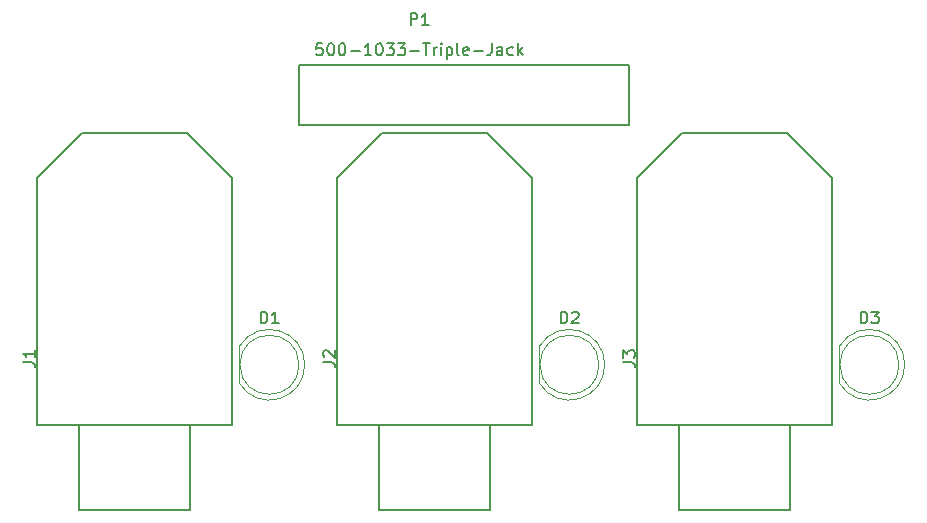
<source format=gbr>
G04 #@! TF.GenerationSoftware,KiCad,Pcbnew,(5.0.1)-3*
G04 #@! TF.CreationDate,2018-12-06T21:09:28-08:00*
G04 #@! TF.ProjectId,500-1033,3530302D313033332E6B696361645F70,A*
G04 #@! TF.SameCoordinates,Original*
G04 #@! TF.FileFunction,Legend,Top*
G04 #@! TF.FilePolarity,Positive*
%FSLAX46Y46*%
G04 Gerber Fmt 4.6, Leading zero omitted, Abs format (unit mm)*
G04 Created by KiCad (PCBNEW (5.0.1)-3) date 12/6/2018 9:09:28 PM*
%MOMM*%
%LPD*%
G01*
G04 APERTURE LIST*
%ADD10C,0.120000*%
%ADD11C,0.150000*%
G04 APERTURE END LIST*
D10*
G04 #@! TO.C,D1*
X121100000Y-132080462D02*
G75*
G03X115550000Y-130535170I-2990000J462D01*
G01*
X121100000Y-132079538D02*
G75*
G02X115550000Y-133624830I-2990000J-462D01*
G01*
X120610000Y-132080000D02*
G75*
G03X120610000Y-132080000I-2500000J0D01*
G01*
X115550000Y-130535000D02*
X115550000Y-133625000D01*
G04 #@! TO.C,D2*
X146500000Y-132080462D02*
G75*
G03X140950000Y-130535170I-2990000J462D01*
G01*
X146500000Y-132079538D02*
G75*
G02X140950000Y-133624830I-2990000J-462D01*
G01*
X146010000Y-132080000D02*
G75*
G03X146010000Y-132080000I-2500000J0D01*
G01*
X140950000Y-130535000D02*
X140950000Y-133625000D01*
G04 #@! TO.C,D3*
X171900000Y-132080462D02*
G75*
G03X166350000Y-130535170I-2990000J462D01*
G01*
X171900000Y-132079538D02*
G75*
G02X166350000Y-133624830I-2990000J-462D01*
G01*
X171410000Y-132080000D02*
G75*
G03X171410000Y-132080000I-2500000J0D01*
G01*
X166350000Y-130535000D02*
X166350000Y-133625000D01*
D11*
G04 #@! TO.C,J1*
X111379000Y-137160000D02*
X111379000Y-144348200D01*
X111379000Y-144348200D02*
X101981000Y-144348200D01*
X101981000Y-144348200D02*
X101981000Y-137160000D01*
X102235000Y-112471200D02*
X111125000Y-112471200D01*
X111125000Y-112471200D02*
X114935000Y-116281200D01*
X114935000Y-116281200D02*
X114935000Y-137160000D01*
X114935000Y-137160000D02*
X98425000Y-137160000D01*
X98425000Y-137160000D02*
X98425000Y-116281200D01*
X98425000Y-116281200D02*
X102235000Y-112471200D01*
G04 #@! TO.C,J2*
X136779000Y-137160000D02*
X136779000Y-144348200D01*
X136779000Y-144348200D02*
X127381000Y-144348200D01*
X127381000Y-144348200D02*
X127381000Y-137160000D01*
X127635000Y-112471200D02*
X136525000Y-112471200D01*
X136525000Y-112471200D02*
X140335000Y-116281200D01*
X140335000Y-116281200D02*
X140335000Y-137160000D01*
X140335000Y-137160000D02*
X123825000Y-137160000D01*
X123825000Y-137160000D02*
X123825000Y-116281200D01*
X123825000Y-116281200D02*
X127635000Y-112471200D01*
G04 #@! TO.C,J3*
X162179000Y-137160000D02*
X162179000Y-144348200D01*
X162179000Y-144348200D02*
X152781000Y-144348200D01*
X152781000Y-144348200D02*
X152781000Y-137160000D01*
X153035000Y-112471200D02*
X161925000Y-112471200D01*
X161925000Y-112471200D02*
X165735000Y-116281200D01*
X165735000Y-116281200D02*
X165735000Y-137160000D01*
X165735000Y-137160000D02*
X149225000Y-137160000D01*
X149225000Y-137160000D02*
X149225000Y-116281200D01*
X149225000Y-116281200D02*
X153035000Y-112471200D01*
G04 #@! TO.C,P1*
X124460000Y-106680000D02*
X148590000Y-106680000D01*
X148590000Y-106680000D02*
X148590000Y-111760000D01*
X148590000Y-111760000D02*
X120650000Y-111760000D01*
X120650000Y-111760000D02*
X120650000Y-106680000D01*
X120650000Y-106680000D02*
X124460000Y-106680000D01*
G04 #@! TO.C,D1*
X117371904Y-128572380D02*
X117371904Y-127572380D01*
X117610000Y-127572380D01*
X117752857Y-127620000D01*
X117848095Y-127715238D01*
X117895714Y-127810476D01*
X117943333Y-128000952D01*
X117943333Y-128143809D01*
X117895714Y-128334285D01*
X117848095Y-128429523D01*
X117752857Y-128524761D01*
X117610000Y-128572380D01*
X117371904Y-128572380D01*
X118895714Y-128572380D02*
X118324285Y-128572380D01*
X118610000Y-128572380D02*
X118610000Y-127572380D01*
X118514761Y-127715238D01*
X118419523Y-127810476D01*
X118324285Y-127858095D01*
G04 #@! TO.C,D2*
X142771904Y-128572380D02*
X142771904Y-127572380D01*
X143010000Y-127572380D01*
X143152857Y-127620000D01*
X143248095Y-127715238D01*
X143295714Y-127810476D01*
X143343333Y-128000952D01*
X143343333Y-128143809D01*
X143295714Y-128334285D01*
X143248095Y-128429523D01*
X143152857Y-128524761D01*
X143010000Y-128572380D01*
X142771904Y-128572380D01*
X143724285Y-127667619D02*
X143771904Y-127620000D01*
X143867142Y-127572380D01*
X144105238Y-127572380D01*
X144200476Y-127620000D01*
X144248095Y-127667619D01*
X144295714Y-127762857D01*
X144295714Y-127858095D01*
X144248095Y-128000952D01*
X143676666Y-128572380D01*
X144295714Y-128572380D01*
G04 #@! TO.C,D3*
X168171904Y-128572380D02*
X168171904Y-127572380D01*
X168410000Y-127572380D01*
X168552857Y-127620000D01*
X168648095Y-127715238D01*
X168695714Y-127810476D01*
X168743333Y-128000952D01*
X168743333Y-128143809D01*
X168695714Y-128334285D01*
X168648095Y-128429523D01*
X168552857Y-128524761D01*
X168410000Y-128572380D01*
X168171904Y-128572380D01*
X169076666Y-127572380D02*
X169695714Y-127572380D01*
X169362380Y-127953333D01*
X169505238Y-127953333D01*
X169600476Y-128000952D01*
X169648095Y-128048571D01*
X169695714Y-128143809D01*
X169695714Y-128381904D01*
X169648095Y-128477142D01*
X169600476Y-128524761D01*
X169505238Y-128572380D01*
X169219523Y-128572380D01*
X169124285Y-128524761D01*
X169076666Y-128477142D01*
G04 #@! TO.C,J1*
X97242380Y-131854533D02*
X97956666Y-131854533D01*
X98099523Y-131902152D01*
X98194761Y-131997390D01*
X98242380Y-132140247D01*
X98242380Y-132235485D01*
X98242380Y-130854533D02*
X98242380Y-131425961D01*
X98242380Y-131140247D02*
X97242380Y-131140247D01*
X97385238Y-131235485D01*
X97480476Y-131330723D01*
X97528095Y-131425961D01*
G04 #@! TO.C,J2*
X122642380Y-131854533D02*
X123356666Y-131854533D01*
X123499523Y-131902152D01*
X123594761Y-131997390D01*
X123642380Y-132140247D01*
X123642380Y-132235485D01*
X122737619Y-131425961D02*
X122690000Y-131378342D01*
X122642380Y-131283104D01*
X122642380Y-131045009D01*
X122690000Y-130949771D01*
X122737619Y-130902152D01*
X122832857Y-130854533D01*
X122928095Y-130854533D01*
X123070952Y-130902152D01*
X123642380Y-131473580D01*
X123642380Y-130854533D01*
G04 #@! TO.C,J3*
X148042380Y-131854533D02*
X148756666Y-131854533D01*
X148899523Y-131902152D01*
X148994761Y-131997390D01*
X149042380Y-132140247D01*
X149042380Y-132235485D01*
X148042380Y-131473580D02*
X148042380Y-130854533D01*
X148423333Y-131187866D01*
X148423333Y-131045009D01*
X148470952Y-130949771D01*
X148518571Y-130902152D01*
X148613809Y-130854533D01*
X148851904Y-130854533D01*
X148947142Y-130902152D01*
X148994761Y-130949771D01*
X149042380Y-131045009D01*
X149042380Y-131330723D01*
X148994761Y-131425961D01*
X148947142Y-131473580D01*
G04 #@! TO.C,P1*
X130071904Y-103322380D02*
X130071904Y-102322380D01*
X130452857Y-102322380D01*
X130548095Y-102370000D01*
X130595714Y-102417619D01*
X130643333Y-102512857D01*
X130643333Y-102655714D01*
X130595714Y-102750952D01*
X130548095Y-102798571D01*
X130452857Y-102846190D01*
X130071904Y-102846190D01*
X131595714Y-103322380D02*
X131024285Y-103322380D01*
X131310000Y-103322380D02*
X131310000Y-102322380D01*
X131214761Y-102465238D01*
X131119523Y-102560476D01*
X131024285Y-102608095D01*
X122595714Y-104862380D02*
X122119523Y-104862380D01*
X122071904Y-105338571D01*
X122119523Y-105290952D01*
X122214761Y-105243333D01*
X122452857Y-105243333D01*
X122548095Y-105290952D01*
X122595714Y-105338571D01*
X122643333Y-105433809D01*
X122643333Y-105671904D01*
X122595714Y-105767142D01*
X122548095Y-105814761D01*
X122452857Y-105862380D01*
X122214761Y-105862380D01*
X122119523Y-105814761D01*
X122071904Y-105767142D01*
X123262380Y-104862380D02*
X123357619Y-104862380D01*
X123452857Y-104910000D01*
X123500476Y-104957619D01*
X123548095Y-105052857D01*
X123595714Y-105243333D01*
X123595714Y-105481428D01*
X123548095Y-105671904D01*
X123500476Y-105767142D01*
X123452857Y-105814761D01*
X123357619Y-105862380D01*
X123262380Y-105862380D01*
X123167142Y-105814761D01*
X123119523Y-105767142D01*
X123071904Y-105671904D01*
X123024285Y-105481428D01*
X123024285Y-105243333D01*
X123071904Y-105052857D01*
X123119523Y-104957619D01*
X123167142Y-104910000D01*
X123262380Y-104862380D01*
X124214761Y-104862380D02*
X124310000Y-104862380D01*
X124405238Y-104910000D01*
X124452857Y-104957619D01*
X124500476Y-105052857D01*
X124548095Y-105243333D01*
X124548095Y-105481428D01*
X124500476Y-105671904D01*
X124452857Y-105767142D01*
X124405238Y-105814761D01*
X124310000Y-105862380D01*
X124214761Y-105862380D01*
X124119523Y-105814761D01*
X124071904Y-105767142D01*
X124024285Y-105671904D01*
X123976666Y-105481428D01*
X123976666Y-105243333D01*
X124024285Y-105052857D01*
X124071904Y-104957619D01*
X124119523Y-104910000D01*
X124214761Y-104862380D01*
X124976666Y-105481428D02*
X125738571Y-105481428D01*
X126738571Y-105862380D02*
X126167142Y-105862380D01*
X126452857Y-105862380D02*
X126452857Y-104862380D01*
X126357619Y-105005238D01*
X126262380Y-105100476D01*
X126167142Y-105148095D01*
X127357619Y-104862380D02*
X127452857Y-104862380D01*
X127548095Y-104910000D01*
X127595714Y-104957619D01*
X127643333Y-105052857D01*
X127690952Y-105243333D01*
X127690952Y-105481428D01*
X127643333Y-105671904D01*
X127595714Y-105767142D01*
X127548095Y-105814761D01*
X127452857Y-105862380D01*
X127357619Y-105862380D01*
X127262380Y-105814761D01*
X127214761Y-105767142D01*
X127167142Y-105671904D01*
X127119523Y-105481428D01*
X127119523Y-105243333D01*
X127167142Y-105052857D01*
X127214761Y-104957619D01*
X127262380Y-104910000D01*
X127357619Y-104862380D01*
X128024285Y-104862380D02*
X128643333Y-104862380D01*
X128310000Y-105243333D01*
X128452857Y-105243333D01*
X128548095Y-105290952D01*
X128595714Y-105338571D01*
X128643333Y-105433809D01*
X128643333Y-105671904D01*
X128595714Y-105767142D01*
X128548095Y-105814761D01*
X128452857Y-105862380D01*
X128167142Y-105862380D01*
X128071904Y-105814761D01*
X128024285Y-105767142D01*
X128976666Y-104862380D02*
X129595714Y-104862380D01*
X129262380Y-105243333D01*
X129405238Y-105243333D01*
X129500476Y-105290952D01*
X129548095Y-105338571D01*
X129595714Y-105433809D01*
X129595714Y-105671904D01*
X129548095Y-105767142D01*
X129500476Y-105814761D01*
X129405238Y-105862380D01*
X129119523Y-105862380D01*
X129024285Y-105814761D01*
X128976666Y-105767142D01*
X130024285Y-105481428D02*
X130786190Y-105481428D01*
X131119523Y-104862380D02*
X131690952Y-104862380D01*
X131405238Y-105862380D02*
X131405238Y-104862380D01*
X132024285Y-105862380D02*
X132024285Y-105195714D01*
X132024285Y-105386190D02*
X132071904Y-105290952D01*
X132119523Y-105243333D01*
X132214761Y-105195714D01*
X132310000Y-105195714D01*
X132643333Y-105862380D02*
X132643333Y-105195714D01*
X132643333Y-104862380D02*
X132595714Y-104910000D01*
X132643333Y-104957619D01*
X132690952Y-104910000D01*
X132643333Y-104862380D01*
X132643333Y-104957619D01*
X133119523Y-105195714D02*
X133119523Y-106195714D01*
X133119523Y-105243333D02*
X133214761Y-105195714D01*
X133405238Y-105195714D01*
X133500476Y-105243333D01*
X133548095Y-105290952D01*
X133595714Y-105386190D01*
X133595714Y-105671904D01*
X133548095Y-105767142D01*
X133500476Y-105814761D01*
X133405238Y-105862380D01*
X133214761Y-105862380D01*
X133119523Y-105814761D01*
X134167142Y-105862380D02*
X134071904Y-105814761D01*
X134024285Y-105719523D01*
X134024285Y-104862380D01*
X134929047Y-105814761D02*
X134833809Y-105862380D01*
X134643333Y-105862380D01*
X134548095Y-105814761D01*
X134500476Y-105719523D01*
X134500476Y-105338571D01*
X134548095Y-105243333D01*
X134643333Y-105195714D01*
X134833809Y-105195714D01*
X134929047Y-105243333D01*
X134976666Y-105338571D01*
X134976666Y-105433809D01*
X134500476Y-105529047D01*
X135405238Y-105481428D02*
X136167142Y-105481428D01*
X136929047Y-104862380D02*
X136929047Y-105576666D01*
X136881428Y-105719523D01*
X136786190Y-105814761D01*
X136643333Y-105862380D01*
X136548095Y-105862380D01*
X137833809Y-105862380D02*
X137833809Y-105338571D01*
X137786190Y-105243333D01*
X137690952Y-105195714D01*
X137500476Y-105195714D01*
X137405238Y-105243333D01*
X137833809Y-105814761D02*
X137738571Y-105862380D01*
X137500476Y-105862380D01*
X137405238Y-105814761D01*
X137357619Y-105719523D01*
X137357619Y-105624285D01*
X137405238Y-105529047D01*
X137500476Y-105481428D01*
X137738571Y-105481428D01*
X137833809Y-105433809D01*
X138738571Y-105814761D02*
X138643333Y-105862380D01*
X138452857Y-105862380D01*
X138357619Y-105814761D01*
X138310000Y-105767142D01*
X138262380Y-105671904D01*
X138262380Y-105386190D01*
X138310000Y-105290952D01*
X138357619Y-105243333D01*
X138452857Y-105195714D01*
X138643333Y-105195714D01*
X138738571Y-105243333D01*
X139167142Y-105862380D02*
X139167142Y-104862380D01*
X139262380Y-105481428D02*
X139548095Y-105862380D01*
X139548095Y-105195714D02*
X139167142Y-105576666D01*
G04 #@! TD*
M02*

</source>
